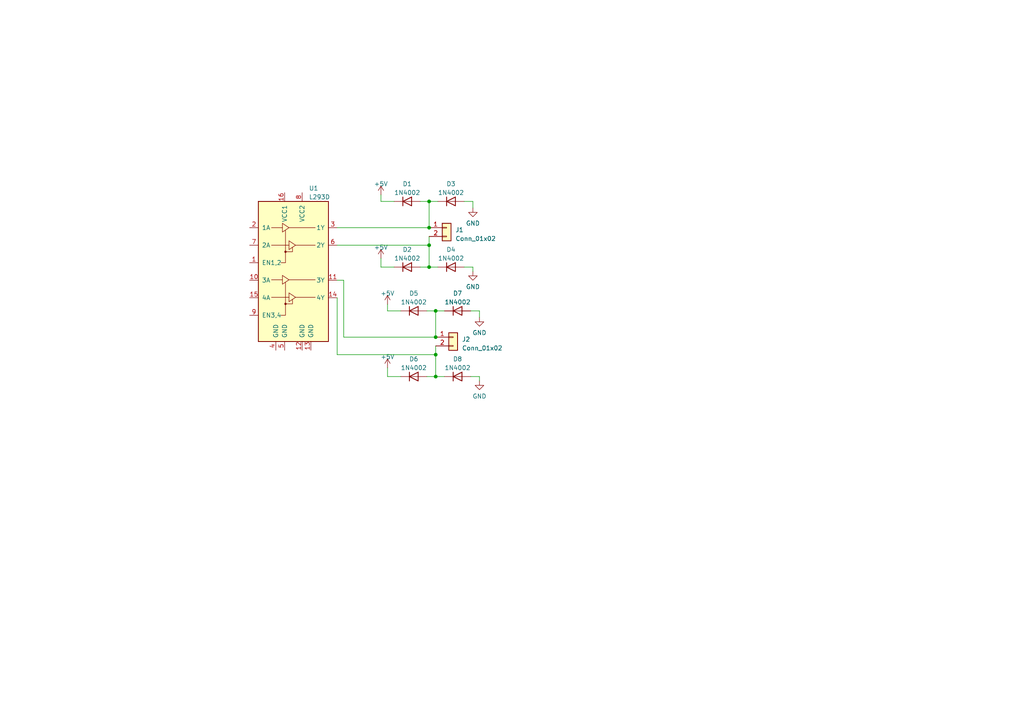
<source format=kicad_sch>
(kicad_sch (version 20230121) (generator eeschema)
  (paper "A4")
  (lib_symbols
    (symbol "Connector_Generic:Conn_01x02" (pin_names (offset 1.016) hide)
      (property "Reference" "J" (at 0 2.54 0))
      (property "Value" "Conn_01x02" (at 0 -5.08 0))
      (symbol "Conn_01x02_1_1"
        (rectangle (start -1.27 -2.413) (end 0 -2.667) (stroke (width 0.1524)))
        (rectangle (start -1.27 0.127) (end 0 -0.127) (stroke (width 0.1524)))
        (rectangle (start -1.27 1.27) (end 1.27 -3.81) (stroke (width 0.254)) (fill (type background)))
        (pin passive line (at -5.08 0 0) (length 3.81) (name "Pin_1") (number "1"))
        (pin passive line (at -5.08 -2.54 0) (length 3.81) (name "Pin_2") (number "2"))
      )
    )
    (symbol "Diode:1N4002" (pin_numbers hide) (pin_names hide)
      (property "Reference" "D" (at 0 2.54 0))
      (property "Value" "1N4002" (at 0 -2.54 0))
      (symbol "1N4002_0_1"
        (polyline (pts (xy -1.27 1.27) (xy -1.27 -1.27)) (stroke (width 0.254)))
        (polyline (pts (xy 1.27 0) (xy -1.27 0)))
        (polyline (pts (xy 1.27 1.27) (xy 1.27 -1.27) (xy -1.27 0) (xy 1.27 1.27)) (stroke (width 0.254)))
      )
      (symbol "1N4002_1_1"
        (pin passive line (at -3.81 0 0) (length 2.54) (name "K") (number "1"))
        (pin passive line (at 3.81 0 180) (length 2.54) (name "A") (number "2"))
      )
    )
    (symbol "Driver_Motor:L293D" (pin_names (offset 1.016))
      (property "Reference" "U" (at -5.08 26.035 0))
      (property "Value" "L293D" (at -5.08 24.13 0))
      (symbol "L293D_0_1"
        (rectangle (start -10.16 22.86) (end 10.16 -17.78) (stroke (width 0.254)) (fill (type background)))
        (circle (center -2.286 -6.858) (radius 0.254) (fill (type outline)))
        (circle (center -2.286 8.255) (radius 0.254) (fill (type outline)))
        (polyline (pts (xy -6.35 -4.953) (xy -1.27 -4.953)))
        (polyline (pts (xy -6.35 0.127) (xy -3.175 0.127)))
        (polyline (pts (xy -6.35 10.16) (xy -1.27 10.16)))
        (polyline (pts (xy -6.35 15.24) (xy -3.175 15.24)))
        (polyline (pts (xy -1.27 0.127) (xy 6.35 0.127)))
        (polyline (pts (xy -1.27 15.24) (xy 6.35 15.24)))
        (polyline (pts (xy 0.635 -4.953) (xy 6.35 -4.953)))
        (polyline (pts (xy 0.635 10.16) (xy 6.35 10.16)))
        (polyline (pts (xy -2.286 -6.858) (xy -0.254 -6.858) (xy -0.254 -5.588)))
        (polyline (pts (xy -2.286 -0.635) (xy -2.286 -10.16) (xy -3.556 -10.16)))
        (polyline (pts (xy -2.286 8.255) (xy -0.254 8.255) (xy -0.254 9.525)))
        (polyline (pts (xy -2.286 14.478) (xy -2.286 5.08) (xy -3.556 5.08)))
        (polyline (pts (xy -3.175 1.397) (xy -3.175 -1.143) (xy -1.27 0.127) (xy -3.175 1.397)))
        (polyline (pts (xy -3.175 16.51) (xy -3.175 13.97) (xy -1.27 15.24) (xy -3.175 16.51)))
        (polyline (pts (xy -1.27 -3.683) (xy -1.27 -6.223) (xy 0.635 -4.953) (xy -1.27 -3.683)))
        (polyline (pts (xy -1.27 11.43) (xy -1.27 8.89) (xy 0.635 10.16) (xy -1.27 11.43)))
      )
      (symbol "L293D_1_1"
        (pin input line (at -12.7 5.08 0) (length 2.54) (name "EN1,2") (number "1"))
        (pin input line (at -12.7 0 0) (length 2.54) (name "3A") (number "10"))
        (pin output line (at 12.7 0 180) (length 2.54) (name "3Y") (number "11"))
        (pin power_in line (at 2.54 -20.32 90) (length 2.54) (name "GND") (number "12"))
        (pin power_in line (at 5.08 -20.32 90) (length 2.54) (name "GND") (number "13"))
        (pin output line (at 12.7 -5.08 180) (length 2.54) (name "4Y") (number "14"))
        (pin input line (at -12.7 -5.08 0) (length 2.54) (name "4A") (number "15"))
        (pin power_in line (at -2.54 25.4 270) (length 2.54) (name "VCC1") (number "16"))
        (pin input line (at -12.7 15.24 0) (length 2.54) (name "1A") (number "2"))
        (pin output line (at 12.7 15.24 180) (length 2.54) (name "1Y") (number "3"))
        (pin power_in line (at -5.08 -20.32 90) (length 2.54) (name "GND") (number "4"))
        (pin power_in line (at -2.54 -20.32 90) (length 2.54) (name "GND") (number "5"))
        (pin output line (at 12.7 10.16 180) (length 2.54) (name "2Y") (number "6"))
        (pin input line (at -12.7 10.16 0) (length 2.54) (name "2A") (number "7"))
        (pin power_in line (at 2.54 25.4 270) (length 2.54) (name "VCC2") (number "8"))
        (pin input line (at -12.7 -10.16 0) (length 2.54) (name "EN3,4") (number "9"))
      )
    )
    (symbol "power:+5V" (power) (pin_names (offset 0))
      (property "Value" "+5V" (at 0 3.556 0))
      (symbol "+5V_0_1"
        (polyline (pts (xy -0.762 1.27) (xy 0 2.54)))
        (polyline (pts (xy 0 0) (xy 0 2.54)))
        (polyline (pts (xy 0 2.54) (xy 0.762 1.27)))
      )
      (symbol "+5V_1_1"
        (pin power_in line (at 0 0 90) (length 0) hide (name "+5V") (number "1"))
      )
    )
    (symbol "power:GND" (power) (pin_names (offset 0))
      (property "Value" "GND" (at 0 -3.81 0))
      (symbol "GND_0_1"
        (polyline (pts (xy 0 0) (xy 0 -1.27) (xy 1.27 -1.27) (xy 0 -2.54) (xy -1.27 -1.27) (xy 0 -1.27)))
      )
      (symbol "GND_1_1"
        (pin power_in line (at 0 0 270) (length 0) hide (name "GND") (number "1"))
      )
    )
  )
  (junction (at 124.46 66.04))
  (junction (at 124.46 77.47))
  (junction (at 126.365 109.22))
  (junction (at 124.46 58.42))
  (junction (at 126.365 97.79))
  (junction (at 126.365 102.87))
  (junction (at 124.46 71.12))
  (junction (at 126.365 90.17))
  (wire (pts (xy 124.46 58.42) (xy 127 58.42)))
  (wire (pts (xy 99.695 81.28) (xy 99.695 97.79)))
  (wire (pts (xy 124.46 58.42) (xy 124.46 66.04)))
  (wire (pts (xy 121.92 58.42) (xy 124.46 58.42)))
  (wire (pts (xy 121.92 77.47) (xy 124.46 77.47)))
  (wire (pts (xy 137.16 77.47) (xy 137.16 78.74)))
  (wire (pts (xy 97.79 81.28) (xy 99.695 81.28)))
  (wire (pts (xy 97.79 71.12) (xy 124.46 71.12)))
  (wire (pts (xy 126.365 100.33) (xy 126.365 102.87)))
  (wire (pts (xy 97.79 66.04) (xy 124.46 66.04)))
  (wire (pts (xy 136.525 90.17) (xy 139.065 90.17)))
  (wire (pts (xy 124.46 77.47) (xy 127 77.47)))
  (wire (pts (xy 124.46 68.58) (xy 124.46 71.12)))
  (wire (pts (xy 112.395 106.68) (xy 112.395 109.22)))
  (wire (pts (xy 123.825 109.22) (xy 126.365 109.22)))
  (wire (pts (xy 134.62 77.47) (xy 137.16 77.47)))
  (wire (pts (xy 126.365 109.22) (xy 128.905 109.22)))
  (wire (pts (xy 112.395 90.17) (xy 116.205 90.17)))
  (wire (pts (xy 123.825 90.17) (xy 126.365 90.17)))
  (wire (pts (xy 134.62 58.42) (xy 137.16 58.42)))
  (wire (pts (xy 136.525 109.22) (xy 139.065 109.22)))
  (wire (pts (xy 110.49 58.42) (xy 114.3 58.42)))
  (wire (pts (xy 97.79 102.87) (xy 126.365 102.87)))
  (wire (pts (xy 99.695 97.79) (xy 126.365 97.79)))
  (wire (pts (xy 112.395 109.22) (xy 116.205 109.22)))
  (wire (pts (xy 110.49 56.515) (xy 110.49 58.42)))
  (wire (pts (xy 137.16 58.42) (xy 137.16 60.325)))
  (wire (pts (xy 126.365 90.17) (xy 126.365 97.79)))
  (wire (pts (xy 97.79 86.36) (xy 97.79 102.87)))
  (wire (pts (xy 110.49 77.47) (xy 114.3 77.47)))
  (wire (pts (xy 124.46 71.12) (xy 124.46 77.47)))
  (wire (pts (xy 139.065 109.22) (xy 139.065 110.49)))
  (wire (pts (xy 110.49 74.93) (xy 110.49 77.47)))
  (wire (pts (xy 126.365 102.87) (xy 126.365 109.22)))
  (wire (pts (xy 139.065 90.17) (xy 139.065 92.075)))
  (wire (pts (xy 126.365 90.17) (xy 128.905 90.17)))
  (wire (pts (xy 112.395 88.265) (xy 112.395 90.17)))
  (symbol (lib_id "Diode:1N4002") (at 132.715 109.22 0) (unit 1)
    (property "Reference" "D8" (at 132.715 104.14 0))
    (property "Value" "1N4002" (at 132.715 106.68 0))
    (property "Footprint" "Diode_THT:D_DO-41_SOD81_P10.16mm_Horizontal" (effects hide))
    (property "Datasheet" "http://www.vishay.com/docs/88503/1n4001.pdf" (effects hide))
    (property "Sim.Device" "D" (effects hide))
    (property "Sim.Pins" "1=K 2=A" (effects hide))
  )
  (symbol (lib_id "power:GND") (at 139.065 110.49 0) (unit 1)
    (property "Reference" "#PWR08" (effects hide))
    (property "Value" "GND" (at 139.065 114.935 0))
  )
  (symbol (lib_id "Diode:1N4002") (at 118.11 77.47 0) (unit 1)
    (property "Reference" "D2" (at 118.11 72.39 0))
    (property "Value" "1N4002" (at 118.11 74.93 0))
    (property "Footprint" "Diode_THT:D_DO-41_SOD81_P10.16mm_Horizontal" (effects hide))
    (property "Datasheet" "http://www.vishay.com/docs/88503/1n4001.pdf" (effects hide))
    (property "Sim.Device" "D" (effects hide))
    (property "Sim.Pins" "1=K 2=A" (effects hide))
  )
  (symbol (lib_id "Diode:1N4002") (at 120.015 109.22 0) (unit 1)
    (property "Reference" "D6" (at 120.015 104.14 0))
    (property "Value" "1N4002" (at 120.015 106.68 0))
    (property "Footprint" "Diode_THT:D_DO-41_SOD81_P10.16mm_Horizontal" (effects hide))
    (property "Datasheet" "http://www.vishay.com/docs/88503/1n4001.pdf" (effects hide))
    (property "Sim.Device" "D" (effects hide))
    (property "Sim.Pins" "1=K 2=A" (effects hide))
  )
  (symbol (lib_id "Diode:1N4002") (at 130.81 77.47 0) (unit 1)
    (property "Reference" "D4" (at 130.81 72.39 0))
    (property "Value" "1N4002" (at 130.81 74.93 0))
    (property "Footprint" "Diode_THT:D_DO-41_SOD81_P10.16mm_Horizontal" (effects hide))
    (property "Datasheet" "http://www.vishay.com/docs/88503/1n4001.pdf" (effects hide))
    (property "Sim.Device" "D" (effects hide))
    (property "Sim.Pins" "1=K 2=A" (effects hide))
  )
  (symbol (lib_id "power:GND") (at 139.065 92.075 0) (unit 1)
    (property "Reference" "#PWR07" (effects hide))
    (property "Value" "GND" (at 139.065 96.52 0))
  )
  (symbol (lib_id "power:+5V") (at 110.49 56.515 0) (unit 1)
    (property "Reference" "#PWR01" (effects hide))
    (property "Value" "+5V" (at 110.49 53.34 0))
  )
  (symbol (lib_id "Driver_Motor:L293D") (at 85.09 81.28 0) (unit 1)
    (property "Reference" "U1" (at 89.5859 54.61 0) (effects (justify left)))
    (property "Value" "L293D" (at 89.5859 57.15 0) (effects (justify left)))
    (property "Footprint" "Package_DIP:DIP-16_W7.62mm" (effects hide))
    (property "Datasheet" "http://www.ti.com/lit/ds/symlink/l293.pdf" (effects hide))
  )
  (symbol (lib_id "Diode:1N4002") (at 130.81 58.42 0) (unit 1)
    (property "Reference" "D3" (at 130.81 53.34 0))
    (property "Value" "1N4002" (at 130.81 55.88 0))
    (property "Footprint" "Diode_THT:D_DO-41_SOD81_P10.16mm_Horizontal" (effects hide))
    (property "Datasheet" "http://www.vishay.com/docs/88503/1n4001.pdf" (effects hide))
    (property "Sim.Device" "D" (effects hide))
    (property "Sim.Pins" "1=K 2=A" (effects hide))
  )
  (symbol (lib_id "Diode:1N4002") (at 120.015 90.17 0) (unit 1)
    (property "Reference" "D5" (at 120.015 85.09 0))
    (property "Value" "1N4002" (at 120.015 87.63 0))
    (property "Footprint" "Diode_THT:D_DO-41_SOD81_P10.16mm_Horizontal" (effects hide))
    (property "Datasheet" "http://www.vishay.com/docs/88503/1n4001.pdf" (effects hide))
    (property "Sim.Device" "D" (effects hide))
    (property "Sim.Pins" "1=K 2=A" (effects hide))
  )
  (symbol (lib_id "Connector_Generic:Conn_01x02") (at 129.54 66.04 0) (unit 1)
    (property "Reference" "J1" (at 132.08 66.675 0) (effects (justify left)))
    (property "Value" "Conn_01x02" (at 132.08 69.215 0) (effects (justify left)))
  )
  (symbol (lib_id "power:+5V") (at 112.395 88.265 0) (unit 1)
    (property "Reference" "#PWR05" (effects hide))
    (property "Value" "+5V" (at 112.395 85.09 0))
  )
  (symbol (lib_id "power:GND") (at 137.16 60.325 0) (unit 1)
    (property "Reference" "#PWR03" (effects hide))
    (property "Value" "GND" (at 137.16 64.77 0))
  )
  (symbol (lib_id "power:GND") (at 137.16 78.74 0) (unit 1)
    (property "Reference" "#PWR04" (effects hide))
    (property "Value" "GND" (at 137.16 83.185 0))
  )
  (symbol (lib_id "power:+5V") (at 110.49 74.93 0) (unit 1)
    (property "Reference" "#PWR02" (effects hide))
    (property "Value" "+5V" (at 110.49 71.755 0))
  )
  (symbol (lib_id "Diode:1N4002") (at 132.715 90.17 0) (unit 1)
    (property "Reference" "D7" (at 132.715 85.09 0))
    (property "Value" "1N4002" (at 132.715 87.63 0))
    (property "Footprint" "Diode_THT:D_DO-41_SOD81_P10.16mm_Horizontal" (effects hide))
    (property "Datasheet" "http://www.vishay.com/docs/88503/1n4001.pdf" (effects hide))
    (property "Sim.Device" "D" (effects hide))
    (property "Sim.Pins" "1=K 2=A" (effects hide))
  )
  (symbol (lib_id "Connector_Generic:Conn_01x02") (at 131.445 97.79 0) (unit 1)
    (property "Reference" "J2" (at 133.985 98.425 0) (effects (justify left)))
    (property "Value" "Conn_01x02" (at 133.985 100.965 0) (effects (justify left)))
  )
  (symbol (lib_id "Diode:1N4002") (at 118.11 58.42 0) (unit 1)
    (property "Reference" "D1" (at 118.11 53.34 0))
    (property "Value" "1N4002" (at 118.11 55.88 0))
    (property "Footprint" "Diode_THT:D_DO-41_SOD81_P10.16mm_Horizontal" (effects hide))
    (property "Datasheet" "http://www.vishay.com/docs/88503/1n4001.pdf" (effects hide))
    (property "Sim.Device" "D" (effects hide))
    (property "Sim.Pins" "1=K 2=A" (effects hide))
  )
  (symbol (lib_id "power:+5V") (at 112.395 106.68 0) (unit 1)
    (property "Reference" "#PWR06" (effects hide))
    (property "Value" "+5V" (at 112.395 103.505 0))
  )
)
</source>
